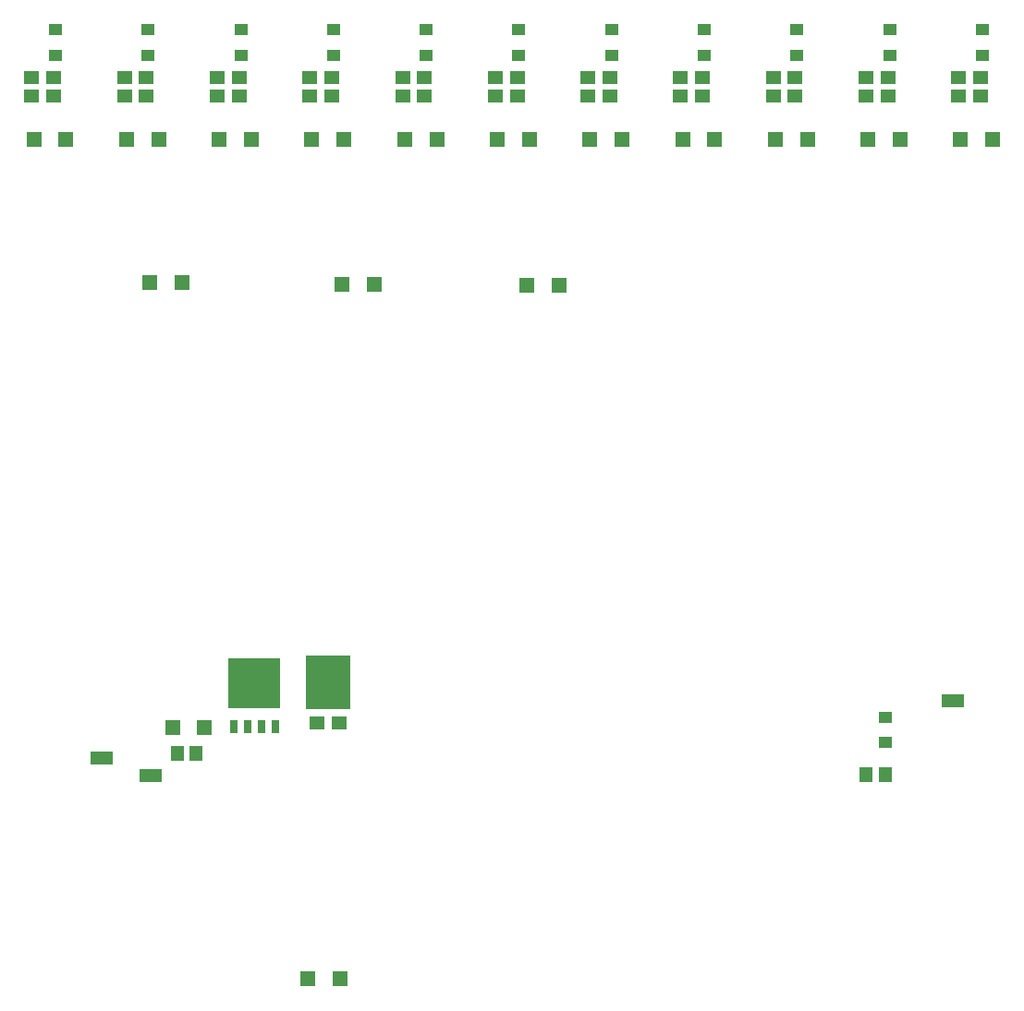
<source format=gbr>
%TF.GenerationSoftware,Altium Limited,Altium Designer,19.0.10 (269)*%
G04 Layer_Color=8421504*
%FSLAX26Y26*%
%MOIN*%
%TF.FileFunction,Paste,Top*%
%TF.Part,Single*%
G01*
G75*
%TA.AperFunction,SMDPad,CuDef*%
%ADD10R,0.051181X0.043307*%
%ADD11R,0.053150X0.057087*%
%ADD12R,0.053150X0.045276*%
%ADD13R,0.080709X0.045276*%
%ADD14R,0.045276X0.053150*%
%ADD15R,0.185039X0.181102*%
%ADD16R,0.027559X0.045276*%
%ADD17R,0.057087X0.051181*%
%ADD18R,0.163386X0.192913*%
D10*
X1967162Y3990724D02*
D03*
Y4081276D02*
D03*
X2301453Y3990724D02*
D03*
Y4081276D02*
D03*
X2635744Y3990724D02*
D03*
Y4081276D02*
D03*
X2970034Y3990724D02*
D03*
Y4081276D02*
D03*
X3304325Y3990724D02*
D03*
Y4081276D02*
D03*
X3638615Y3990724D02*
D03*
Y4081276D02*
D03*
X3972906Y3990724D02*
D03*
Y4081276D02*
D03*
X4307197Y3990724D02*
D03*
Y4081276D02*
D03*
X1632872Y3990724D02*
D03*
Y4081276D02*
D03*
X1298581Y3990724D02*
D03*
Y4081276D02*
D03*
X964291Y3990724D02*
D03*
Y4081276D02*
D03*
X3958308Y1601071D02*
D03*
Y1510520D02*
D03*
D11*
X1670943Y3686000D02*
D03*
X1554801D02*
D03*
X1336652D02*
D03*
X1220510D02*
D03*
X1002361D02*
D03*
X886220D02*
D03*
X2005233D02*
D03*
X1889092D02*
D03*
X3676686D02*
D03*
X3560545D02*
D03*
X4345267D02*
D03*
X4229126D02*
D03*
X4010977D02*
D03*
X3894835D02*
D03*
X2673814D02*
D03*
X2557673D02*
D03*
X2339524D02*
D03*
X2223382D02*
D03*
X3342396D02*
D03*
X3226254D02*
D03*
X3008105D02*
D03*
X2891963D02*
D03*
X1502362Y1564362D02*
D03*
X1386221D02*
D03*
X2664585Y3159063D02*
D03*
X2780726D02*
D03*
X1998929Y3162001D02*
D03*
X2115071D02*
D03*
X1304929Y3169758D02*
D03*
X1421071D02*
D03*
X1992000Y655000D02*
D03*
X1875858D02*
D03*
D12*
X879016Y3841276D02*
D03*
Y3910173D02*
D03*
X1213307Y3841276D02*
D03*
Y3910173D02*
D03*
X1547597Y3841276D02*
D03*
Y3910173D02*
D03*
X1881888Y3841276D02*
D03*
Y3910173D02*
D03*
X2216179Y3841276D02*
D03*
Y3910173D02*
D03*
X3887632Y3841276D02*
D03*
Y3910173D02*
D03*
X4221922Y3841276D02*
D03*
Y3910173D02*
D03*
X3553341Y3841276D02*
D03*
Y3910173D02*
D03*
X3219050Y3841276D02*
D03*
Y3910173D02*
D03*
X2884760Y3841276D02*
D03*
Y3910173D02*
D03*
X2550469Y3841276D02*
D03*
Y3910173D02*
D03*
X3632633Y3910174D02*
D03*
Y3841276D02*
D03*
X3966923Y3910174D02*
D03*
Y3841276D02*
D03*
X4301214Y3910174D02*
D03*
Y3841276D02*
D03*
X1961179Y3910174D02*
D03*
Y3841276D02*
D03*
X2295470Y3910174D02*
D03*
Y3841276D02*
D03*
X2629761Y3910174D02*
D03*
Y3841276D02*
D03*
X2964051Y3910174D02*
D03*
Y3841276D02*
D03*
X3298342Y3910174D02*
D03*
Y3841276D02*
D03*
X1626889Y3910174D02*
D03*
Y3841276D02*
D03*
X958308Y3910174D02*
D03*
Y3841276D02*
D03*
X1292598Y3910174D02*
D03*
Y3841276D02*
D03*
D13*
X1130000Y1451783D02*
D03*
X4200000Y1660000D02*
D03*
X1307000Y1389627D02*
D03*
D14*
X3889411Y1393000D02*
D03*
X3958308D02*
D03*
X1471740Y1469362D02*
D03*
X1402843D02*
D03*
D15*
X1681923Y1724173D02*
D03*
D16*
X1756923Y1566693D02*
D03*
X1706923D02*
D03*
X1656923D02*
D03*
X1606923D02*
D03*
D17*
X1906920Y1579055D02*
D03*
X1986920D02*
D03*
D18*
X1946920Y1725000D02*
D03*
%TF.MD5,6fd5c83a34b325e60f1e6506cec96e88*%
M02*

</source>
